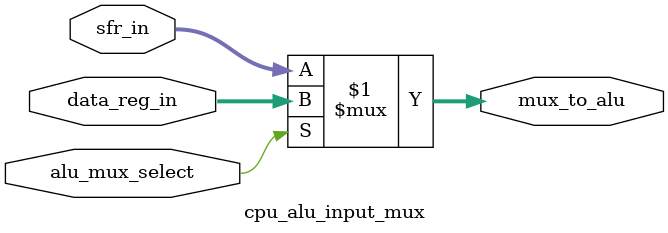
<source format=v>

module cpu_alu_input_mux(data_reg_in, sfr_in, alu_mux_select, mux_to_alu);
    input [7:0]data_reg_in;
    input [7:0]sfr_in;
    input alu_mux_select;
    output [7:0]mux_to_alu;

    assign mux_to_alu = alu_mux_select ? data_reg_in : sfr_in;

endmodule
</source>
